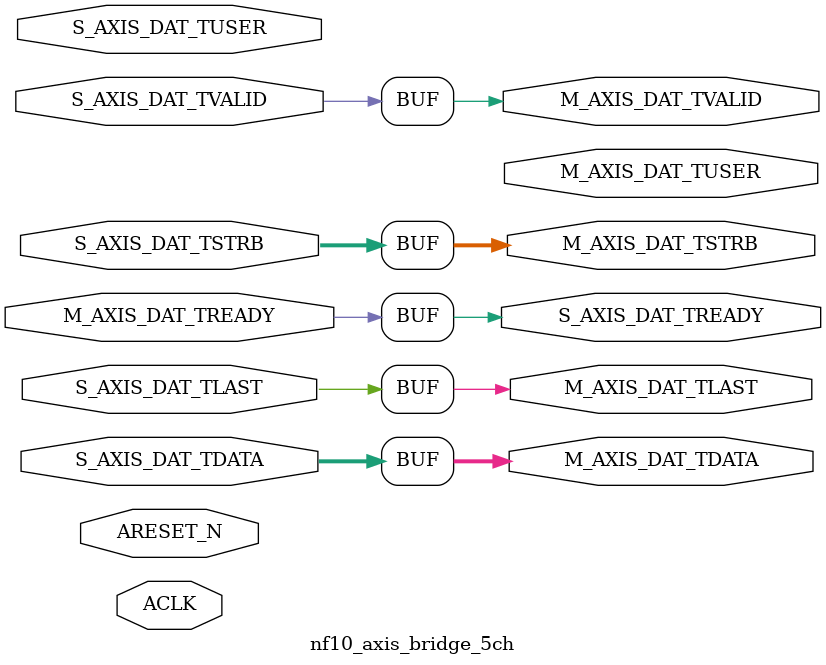
<source format=v>

module nf10_axis_bridge_5ch (

  input         ACLK,                // Clock (125 MHz) (BUFG driven)
  input         ARESET_N,             // Synchronous Reset, Active-Low

  input  wire [255:0] S_AXIS_DAT_TDATA,
  input  wire         S_AXIS_DAT_TVALID,
  input  wire [31:0]  S_AXIS_DAT_TSTRB,
  input  wire         S_AXIS_DAT_TLAST,
  output wire         S_AXIS_DAT_TREADY,
  input  wire [7:0]   S_AXIS_DAT_TUSER, 
  //input  wire [15:0]  S_AXIS_LEN_TDATA,
  //input  wire [7:0]   S_AXIS_SPT_TDATA,
  //input  wire [7:0]   S_AXIS_DPT_TDATA,
  //input  wire         S_AXIS_ERR_TDATA,
  output wire [255:0] M_AXIS_DAT_TDATA,
  output wire         M_AXIS_DAT_TVALID,
  output wire [31:0]  M_AXIS_DAT_TSTRB,
  output wire         M_AXIS_DAT_TLAST,
  input  wire         M_AXIS_DAT_TREADY,
  output  wire [7:0]  M_AXIS_DAT_TUSER   
  //output wire [15:0]  M_AXIS_LEN_TDATA,
  //output wire [7:0]   M_AXIS_SPT_TDATA,
  //output wire [7:0]   M_AXIS_DPT_TDATA,
  //output wire         M_AXIS_ERR_TDATA
);

  parameter           C_M_AXIS_DATA_WIDTH = 256;
  parameter           C_S_AXIS_DATA_WIDTH = 256;
  parameter           C_S_AXIS_USER_WIDTH = 8;
  parameter           C_M_AXIS_USER_WIDTH = 8; 


// Just loop the signals through...
  assign M_AXIS_DAT_TDATA  = S_AXIS_DAT_TDATA;
  assign M_AXIS_DAT_TVALID = S_AXIS_DAT_TVALID;
  assign M_AXIS_DAT_TSTRB  = S_AXIS_DAT_TSTRB;
  assign M_AXIS_DAT_TLAST  = S_AXIS_DAT_TLAST;
  assign S_AXIS_DAT_TREADY = M_AXIS_DAT_TREADY;
  //assign M_AXIS_LEN_TDATA  = S_AXIS_LEN_TDATA;
  //assign M_AXIS_SPT_TDATA  = S_AXIS_SPT_TDATA;
  //assign M_AXIS_DPT_TDATA  = S_AXIS_DPT_TDATA;
  //assign M_AXIS_ERR_TDATA  = S_AXIS_ERR_TDATA;
  
  
endmodule

</source>
